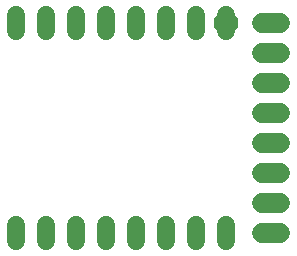
<source format=gbr>
G04 EAGLE Gerber X2 export*
G04 #@! %TF.Part,Single*
G04 #@! %TF.FileFunction,Soldermask,Top,1*
G04 #@! %TF.FilePolarity,Negative*
G04 #@! %TF.GenerationSoftware,Autodesk,EAGLE,9.0.0*
G04 #@! %TF.CreationDate,2019-08-08T19:13:39Z*
G75*
%MOMM*%
%FSLAX34Y34*%
%LPD*%
%AMOC8*
5,1,8,0,0,1.08239X$1,22.5*%
G01*
%ADD10C,1.727200*%
%ADD11C,1.524000*%
%ADD12P,2.144431X8X22.500000*%


D10*
X220980Y88900D02*
X236220Y88900D01*
X236220Y114300D02*
X220980Y114300D01*
X220980Y139700D02*
X236220Y139700D01*
X236220Y165100D02*
X220980Y165100D01*
X220980Y190500D02*
X236220Y190500D01*
X236220Y215900D02*
X220980Y215900D01*
X220980Y241300D02*
X236220Y241300D01*
X236220Y266700D02*
X220980Y266700D01*
D11*
X12700Y95504D02*
X12700Y82296D01*
X38100Y82296D02*
X38100Y95504D01*
X63500Y95504D02*
X63500Y82296D01*
X88900Y82296D02*
X88900Y95504D01*
X114300Y95504D02*
X114300Y82296D01*
X139700Y82296D02*
X139700Y95504D01*
X165100Y95504D02*
X165100Y82296D01*
X190500Y82296D02*
X190500Y95504D01*
X190500Y260096D02*
X190500Y273304D01*
X165100Y273304D02*
X165100Y260096D01*
X139700Y260096D02*
X139700Y273304D01*
X114300Y273304D02*
X114300Y260096D01*
X88900Y260096D02*
X88900Y273304D01*
X63500Y273304D02*
X63500Y260096D01*
X38100Y260096D02*
X38100Y273304D01*
X12700Y273304D02*
X12700Y260096D01*
D12*
X190500Y266700D03*
M02*

</source>
